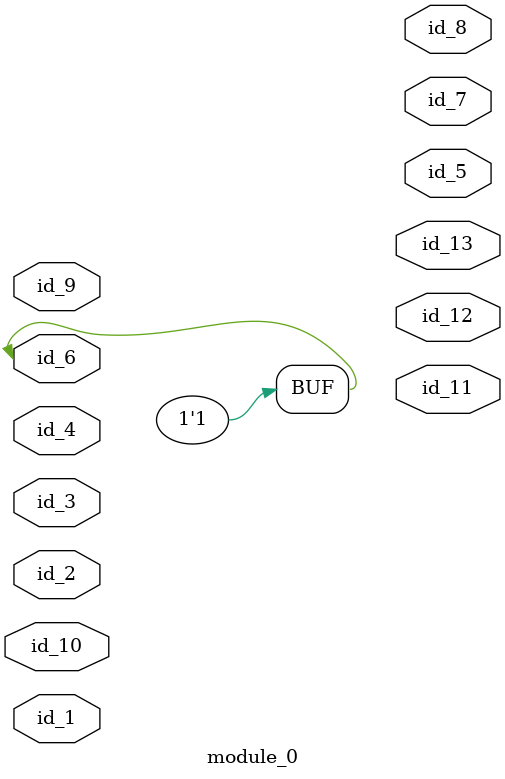
<source format=v>
`define pp_13 0
module module_0 (
    id_1,
    id_2,
    id_3,
    id_4,
    id_5,
    id_6,
    id_7,
    id_8,
    id_9,
    id_10,
    id_11,
    id_12,
    id_13
);
  output id_13;
  output id_12;
  output id_11;
  inout id_10;
  input id_9;
  output id_8;
  output id_7;
  inout id_6;
  output id_5;
  input id_4;
  inout id_3;
  inout id_2;
  input id_1;
  assign id_6 = 1;
endmodule

</source>
